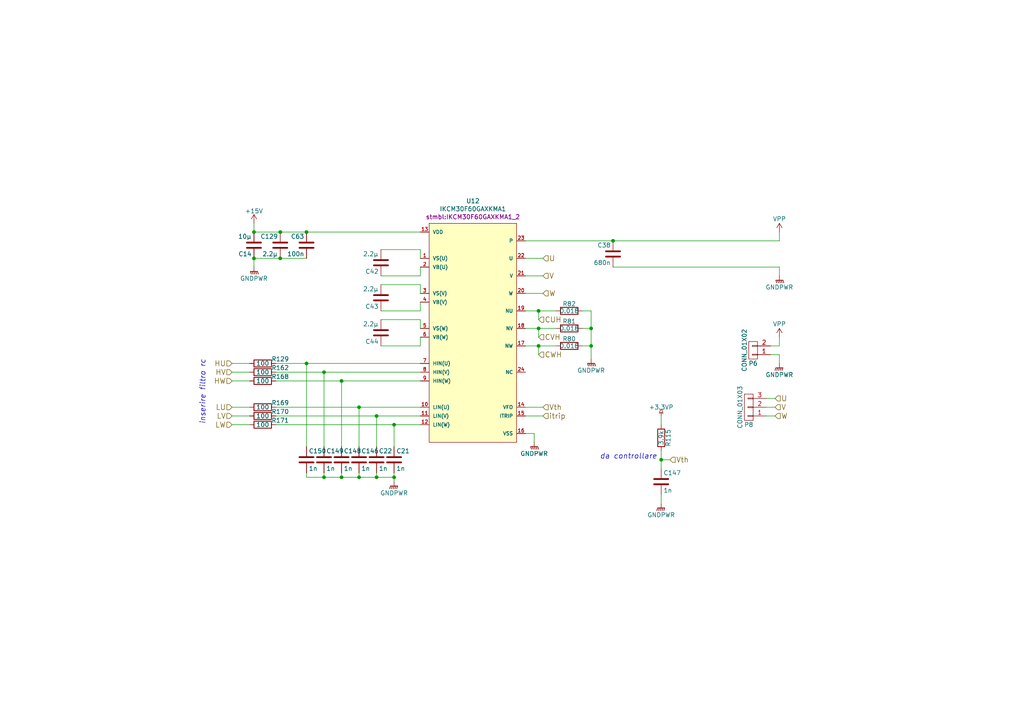
<source format=kicad_sch>
(kicad_sch (version 20231120) (generator "eeschema") (generator_version "8.0")
  (paper "A4")
  (title_block (title "stmbl schematic") (date "2022-06-21") (rev "4F") (company "FreaKontrol"))
  (lib_symbols
    (symbol "stmbl:+15V" (power) (pin_names (offset 0))
      (property "Value" "+15V" (at 0 3.556 0))
      (symbol "+15V_0_1"
        (polyline (pts (xy -0.762 1.27) (xy 0 2.54)))
        (polyline (pts (xy 0 0) (xy 0 2.54)))
        (polyline (pts (xy 0 2.54) (xy 0.762 1.27)))
      )
      (symbol "+15V_1_1"
        (pin power_in line (at 0 0 90) (length 0) hide (name "+15V") (number "1"))
      )
    )
    (symbol "stmbl:+3.3VP" (power) (pin_names (offset 0))
      (property "Value" "+3.3VP" (at 0 2.54 0))
      (symbol "+3.3VP_0_0"
        (pin power_in line (at 0 0 90) (length 0) hide (name "+3.3VP") (number "1"))
      )
      (symbol "+3.3VP_0_1"
        (polyline (pts (xy 0 0) (xy 0 1.016) (xy 0 1.016)))
        (polyline (pts (xy 0.508 0.762) (xy 0 1.016) (xy -0.508 0.762) (xy -0.254 1.778) (xy 0.254 1.778) (xy 0.508 0.762) (xy 0.508 0.762)))
      )
    )
    (symbol "stmbl:C" (pin_numbers hide) (pin_names (offset 0.254))
      (property "Reference" "C" (at 0.635 2.54 0))
      (property "Value" "C" (at 0.635 -2.54 0))
      (symbol "C_0_1"
        (polyline (pts (xy -2.032 -0.762) (xy 2.032 -0.762)) (stroke (width 0.508)))
        (polyline (pts (xy -2.032 0.762) (xy 2.032 0.762)) (stroke (width 0.508)))
      )
      (symbol "C_1_1"
        (pin passive line (at 0 3.81 270) (length 2.794) (name "~") (number "1"))
        (pin passive line (at 0 -3.81 90) (length 2.794) (name "~") (number "2"))
      )
    )
    (symbol "stmbl:CONN_01X02" (pin_names (offset 1.016) hide)
      (property "Reference" "P" (at 0 3.81 0))
      (property "Value" "CONN_01X02" (at 2.54 0 90))
      (symbol "CONN_01X02_0_1"
        (rectangle (start -1.27 -1.143) (end 0.254 -1.397))
        (rectangle (start -1.27 1.397) (end 0.254 1.143))
        (rectangle (start -1.27 2.54) (end 1.27 -2.54))
      )
      (symbol "CONN_01X02_1_1"
        (pin passive line (at -5.08 1.27 0) (length 3.81) (name "P1") (number "1"))
        (pin passive line (at -5.08 -1.27 0) (length 3.81) (name "P2") (number "2"))
      )
    )
    (symbol "stmbl:CONN_01X03" (pin_names (offset 1.016) hide)
      (property "Reference" "P" (at 0 5.08 0))
      (property "Value" "CONN_01X03" (at 2.54 0 90))
      (symbol "CONN_01X03_0_1"
        (rectangle (start -1.27 -2.413) (end 0.254 -2.667))
        (rectangle (start -1.27 0.127) (end 0.254 -0.127))
        (rectangle (start -1.27 2.667) (end 0.254 2.413))
        (rectangle (start -1.27 3.81) (end 1.27 -3.81))
      )
      (symbol "CONN_01X03_1_1"
        (pin passive line (at -5.08 2.54 0) (length 3.81) (name "P1") (number "1"))
        (pin passive line (at -5.08 0 0) (length 3.81) (name "P2") (number "2"))
        (pin passive line (at -5.08 -2.54 0) (length 3.81) (name "P3") (number "3"))
      )
    )
    (symbol "stmbl:GNDPWR" (power) (pin_names (offset 0))
      (property "Value" "GNDPWR" (at 0 -3.302 0))
      (symbol "GNDPWR_0_1"
        (polyline (pts (xy 0 -1.27) (xy 0 0)))
        (polyline (pts (xy -1.016 -1.27) (xy -1.27 -2.032) (xy -1.27 -2.032)) (stroke (width 0.2032)))
        (polyline (pts (xy -0.508 -1.27) (xy -0.762 -2.032) (xy -0.762 -2.032)) (stroke (width 0.2032)))
        (polyline (pts (xy 0 -1.27) (xy -0.254 -2.032) (xy -0.254 -2.032)) (stroke (width 0.2032)))
        (polyline (pts (xy 0.508 -1.27) (xy 0.254 -2.032) (xy 0.254 -2.032)) (stroke (width 0.2032)))
        (polyline (pts (xy 1.016 -1.27) (xy -1.016 -1.27) (xy -1.016 -1.27)) (stroke (width 0.2032)))
        (polyline (pts (xy 1.016 -1.27) (xy 0.762 -2.032) (xy 0.762 -2.032) (xy 0.762 -2.032)) (stroke (width 0.2032)))
      )
      (symbol "GNDPWR_1_1"
        (pin power_in line (at 0 0 90) (length 0) hide (name "GNDPWR") (number "1"))
      )
    )
    (symbol "stmbl:R" (pin_numbers hide) (pin_names (offset 0))
      (property "Reference" "R" (at 2.032 0 90))
      (property "Value" "R" (at 0 0 90))
      (symbol "R_0_1"
        (rectangle (start -1.016 -2.54) (end 1.016 2.54) (stroke (width 0.254)))
      )
      (symbol "R_1_1"
        (pin passive line (at 0 3.81 270) (length 1.27) (name "~") (number "1"))
        (pin passive line (at 0 -3.81 90) (length 1.27) (name "~") (number "2"))
      )
    )
    (symbol "stmbl:VPP" (power) (pin_names (offset 0))
      (property "Value" "VPP" (at 0 3.81 0))
      (symbol "VPP_0_1"
        (polyline (pts (xy -0.762 1.27) (xy 0 2.54)))
        (polyline (pts (xy 0 0) (xy 0 2.54)))
        (polyline (pts (xy 0 2.54) (xy 0.762 1.27)))
      )
      (symbol "VPP_1_1"
        (pin power_in line (at 0 0 90) (length 0) hide (name "VPP") (number "1"))
      )
    )
    (symbol "stmbl_4.0-rescue:IKCM30F60GAXKMA1-stmbl" (pin_names (offset 1.016))
      (property "Reference" "U" (at 0 5.08 0))
      (property "Value" "IKCM30F60GAXKMA1-stmbl" (at 0 7.62 0))
      (property "Footprint" "Infineon-IKCM30F60GAXKMA1-*" (at 0 10.16 0))
      (symbol "IKCM30F60GAXKMA1-stmbl_1_1"
        (rectangle (start 5.08 2.54) (end 30.48 -60.96) (fill (type background)))
        (pin power_in line (at 2.54 -7.62 0) (length 2.54) (name "VS(U)") (number "1"))
        (pin input line (at 2.54 -50.8 0) (length 2.54) (name "LIN(U)") (number "10"))
        (pin input line (at 2.54 -53.34 0) (length 2.54) (name "LIN(V)") (number "11"))
        (pin input line (at 2.54 -55.88 0) (length 2.54) (name "LIN(W)") (number "12"))
        (pin power_in line (at 2.54 0 0) (length 2.54) (name "VDD") (number "13"))
        (pin passive line (at 33.02 -50.8 180) (length 2.54) (name "VFO") (number "14"))
        (pin passive line (at 33.02 -53.34 180) (length 2.54) (name "ITRIP") (number "15"))
        (pin power_in line (at 33.02 -58.42 180) (length 2.54) (name "VSS") (number "16"))
        (pin input line (at 33.02 -33.02 180) (length 2.54) (name "NW") (number "17"))
        (pin passive line (at 33.02 -27.94 180) (length 2.54) (name "NV") (number "18"))
        (pin passive line (at 33.02 -22.86 180) (length 2.54) (name "NU") (number "19"))
        (pin power_in line (at 2.54 -10.16 0) (length 2.54) (name "VB(U)") (number "2"))
        (pin passive line (at 33.02 -17.78 180) (length 2.54) (name "W") (number "20"))
        (pin passive line (at 33.02 -12.7 180) (length 2.54) (name "V") (number "21"))
        (pin passive line (at 33.02 -7.62 180) (length 2.54) (name "U") (number "22"))
        (pin passive line (at 33.02 -2.54 180) (length 2.54) (name "P") (number "23"))
        (pin passive line (at 33.02 -40.64 180) (length 2.54) (name "NC") (number "24"))
        (pin power_in line (at 2.54 -17.78 0) (length 2.54) (name "VS(V)") (number "3"))
        (pin power_in line (at 2.54 -20.32 0) (length 2.54) (name "VB(V)") (number "4"))
        (pin power_in line (at 2.54 -27.94 0) (length 2.54) (name "VS(W)") (number "5"))
        (pin power_in line (at 2.54 -30.48 0) (length 2.54) (name "VB(W)") (number "6"))
        (pin input line (at 2.54 -38.1 0) (length 2.54) (name "HIN(U)") (number "7"))
        (pin input line (at 2.54 -40.64 0) (length 2.54) (name "HIN(V)") (number "8"))
        (pin input line (at 2.54 -43.18 0) (length 2.54) (name "HIN(W)") (number "9"))
      )
    )
  )
  (junction (at 156.21 90.17))
  (junction (at 73.66 67.31))
  (junction (at 93.98 107.95))
  (junction (at 191.77 133.35))
  (junction (at 81.28 67.31))
  (junction (at 104.14 118.11))
  (junction (at 99.06 138.43))
  (junction (at 109.22 138.43))
  (junction (at 93.98 138.43))
  (junction (at 156.21 100.33))
  (junction (at 73.66 74.93))
  (junction (at 104.14 138.43))
  (junction (at 99.06 110.49))
  (junction (at 114.3 123.19))
  (junction (at 114.3 138.43))
  (junction (at 171.45 100.33))
  (junction (at 109.22 120.65))
  (junction (at 88.9 67.31))
  (junction (at 171.45 95.25))
  (junction (at 156.21 95.25))
  (junction (at 88.9 105.41))
  (junction (at 177.8 69.85))
  (junction (at 81.28 74.93))
  (wire (pts (xy 154.94 128.27) (xy 154.94 125.73)))
  (wire (pts (xy 80.01 107.95) (xy 93.98 107.95)))
  (wire (pts (xy 121.92 95.25) (xy 121.92 92.71)))
  (wire (pts (xy 88.9 105.41) (xy 88.9 129.54)))
  (wire (pts (xy 226.06 69.85) (xy 226.06 67.31)))
  (wire (pts (xy 177.8 77.47) (xy 226.06 77.47)))
  (wire (pts (xy 121.92 85.09) (xy 121.92 82.55)))
  (wire (pts (xy 226.06 102.87) (xy 223.52 102.87)))
  (wire (pts (xy 81.28 74.93) (xy 73.66 74.93)))
  (wire (pts (xy 104.14 138.43) (xy 109.22 138.43)))
  (wire (pts (xy 152.4 90.17) (xy 156.21 90.17)))
  (wire (pts (xy 152.4 118.11) (xy 157.48 118.11)))
  (wire (pts (xy 88.9 105.41) (xy 121.92 105.41)))
  (wire (pts (xy 81.28 67.31) (xy 73.66 67.31)))
  (wire (pts (xy 88.9 138.43) (xy 93.98 138.43)))
  (wire (pts (xy 110.49 90.17) (xy 121.92 90.17)))
  (wire (pts (xy 114.3 138.43) (xy 114.3 137.16)))
  (wire (pts (xy 121.92 82.55) (xy 110.49 82.55)))
  (wire (pts (xy 114.3 123.19) (xy 121.92 123.19)))
  (wire (pts (xy 121.92 90.17) (xy 121.92 87.63)))
  (wire (pts (xy 88.9 74.93) (xy 81.28 74.93)))
  (wire (pts (xy 80.01 120.65) (xy 109.22 120.65)))
  (wire (pts (xy 154.94 125.73) (xy 152.4 125.73)))
  (wire (pts (xy 104.14 137.16) (xy 104.14 138.43)))
  (wire (pts (xy 171.45 100.33) (xy 168.91 100.33)))
  (wire (pts (xy 121.92 72.39) (xy 110.49 72.39)))
  (wire (pts (xy 109.22 120.65) (xy 109.22 129.54)))
  (wire (pts (xy 191.77 143.51) (xy 191.77 146.05)))
  (wire (pts (xy 80.01 118.11) (xy 104.14 118.11)))
  (wire (pts (xy 88.9 67.31) (xy 81.28 67.31)))
  (wire (pts (xy 104.14 118.11) (xy 121.92 118.11)))
  (wire (pts (xy 93.98 107.95) (xy 93.98 129.54)))
  (wire (pts (xy 114.3 139.7) (xy 114.3 138.43)))
  (wire (pts (xy 171.45 100.33) (xy 171.45 95.25)))
  (wire (pts (xy 152.4 95.25) (xy 156.21 95.25)))
  (wire (pts (xy 121.92 74.93) (xy 121.92 72.39)))
  (wire (pts (xy 121.92 97.79) (xy 121.92 100.33)))
  (wire (pts (xy 110.49 92.71) (xy 121.92 92.71)))
  (wire (pts (xy 171.45 104.14) (xy 171.45 100.33)))
  (wire (pts (xy 191.77 120.65) (xy 191.77 123.19)))
  (wire (pts (xy 121.92 80.01) (xy 121.92 77.47)))
  (wire (pts (xy 67.31 110.49) (xy 72.39 110.49)))
  (wire (pts (xy 222.25 118.11) (xy 224.79 118.11)))
  (wire (pts (xy 168.91 95.25) (xy 171.45 95.25)))
  (wire (pts (xy 156.21 90.17) (xy 156.21 92.71)))
  (wire (pts (xy 99.06 137.16) (xy 99.06 138.43)))
  (wire (pts (xy 156.21 100.33) (xy 161.29 100.33)))
  (wire (pts (xy 67.31 120.65) (xy 72.39 120.65)))
  (wire (pts (xy 109.22 138.43) (xy 114.3 138.43)))
  (wire (pts (xy 67.31 123.19) (xy 72.39 123.19)))
  (wire (pts (xy 156.21 95.25) (xy 161.29 95.25)))
  (wire (pts (xy 110.49 80.01) (xy 121.92 80.01)))
  (wire (pts (xy 73.66 74.93) (xy 73.66 77.47)))
  (wire (pts (xy 99.06 110.49) (xy 121.92 110.49)))
  (wire (pts (xy 157.48 85.09) (xy 152.4 85.09)))
  (wire (pts (xy 109.22 137.16) (xy 109.22 138.43)))
  (wire (pts (xy 226.06 100.33) (xy 226.06 97.79)))
  (wire (pts (xy 226.06 80.01) (xy 226.06 77.47)))
  (wire (pts (xy 80.01 123.19) (xy 114.3 123.19)))
  (wire (pts (xy 224.79 115.57) (xy 222.25 115.57)))
  (wire (pts (xy 80.01 110.49) (xy 99.06 110.49)))
  (wire (pts (xy 191.77 133.35) (xy 191.77 135.89)))
  (wire (pts (xy 80.01 105.41) (xy 88.9 105.41)))
  (wire (pts (xy 88.9 67.31) (xy 121.92 67.31)))
  (wire (pts (xy 156.21 90.17) (xy 161.29 90.17)))
  (wire (pts (xy 114.3 123.19) (xy 114.3 129.54)))
  (wire (pts (xy 93.98 137.16) (xy 93.98 138.43)))
  (wire (pts (xy 171.45 95.25) (xy 171.45 90.17)))
  (wire (pts (xy 171.45 90.17) (xy 168.91 90.17)))
  (wire (pts (xy 191.77 133.35) (xy 194.31 133.35)))
  (wire (pts (xy 152.4 100.33) (xy 156.21 100.33)))
  (wire (pts (xy 226.06 102.87) (xy 226.06 105.41)))
  (wire (pts (xy 177.8 69.85) (xy 152.4 69.85)))
  (wire (pts (xy 73.66 67.31) (xy 73.66 64.77)))
  (wire (pts (xy 152.4 120.65) (xy 157.48 120.65)))
  (wire (pts (xy 67.31 107.95) (xy 72.39 107.95)))
  (wire (pts (xy 223.52 100.33) (xy 226.06 100.33)))
  (wire (pts (xy 191.77 130.81) (xy 191.77 133.35)))
  (wire (pts (xy 88.9 137.16) (xy 88.9 138.43)))
  (wire (pts (xy 109.22 120.65) (xy 121.92 120.65)))
  (wire (pts (xy 67.31 105.41) (xy 72.39 105.41)))
  (wire (pts (xy 67.31 118.11) (xy 72.39 118.11)))
  (wire (pts (xy 156.21 95.25) (xy 156.21 97.79)))
  (wire (pts (xy 224.79 120.65) (xy 222.25 120.65)))
  (wire (pts (xy 104.14 118.11) (xy 104.14 129.54)))
  (wire (pts (xy 93.98 138.43) (xy 99.06 138.43)))
  (wire (pts (xy 177.8 69.85) (xy 226.06 69.85)))
  (wire (pts (xy 99.06 138.43) (xy 104.14 138.43)))
  (wire (pts (xy 157.48 74.93) (xy 152.4 74.93)))
  (wire (pts (xy 121.92 100.33) (xy 110.49 100.33)))
  (wire (pts (xy 93.98 107.95) (xy 121.92 107.95)))
  (wire (pts (xy 157.48 80.01) (xy 152.4 80.01)))
  (wire (pts (xy 99.06 129.54) (xy 99.06 110.49)))
  (wire (pts (xy 156.21 100.33) (xy 156.21 102.87)))
  (text "da controllare" (at 173.99 133.35 0) (effects (font (size 1.524 1.524) (italic yes)) (justify left bottom)))
  (text "inserire filtro rc" (at 59.69 123.19 90) (effects (font (size 1.524 1.524) (italic yes)) (justify left bottom)))
  (hierarchical_label "U" (shape input) (at 157.48 74.93 0) (effects (font (size 1.524 1.524))))
  (hierarchical_label "LV" (shape input) (at 67.31 120.65 180) (effects (font (size 1.524 1.524))))
  (hierarchical_label "Vth" (shape input) (at 157.48 118.11 0) (effects (font (size 1.524 1.524))))
  (hierarchical_label "CVH" (shape input) (at 156.21 97.79 0) (effects (font (size 1.524 1.524))))
  (hierarchical_label "CUH" (shape input) (at 156.21 92.71 0) (effects (font (size 1.524 1.524))))
  (hierarchical_label "LU" (shape input) (at 67.31 118.11 180) (effects (font (size 1.524 1.524))))
  (hierarchical_label "LW" (shape input) (at 67.31 123.19 180) (effects (font (size 1.524 1.524))))
  (hierarchical_label "itrip" (shape input) (at 157.48 120.65 0) (effects (font (size 1.524 1.524))))
  (hierarchical_label "U" (shape input) (at 224.79 115.57 0) (effects (font (size 1.524 1.524))))
  (hierarchical_label "HV" (shape input) (at 67.31 107.95 180) (effects (font (size 1.524 1.524))))
  (hierarchical_label "W" (shape input) (at 224.79 120.65 0) (effects (font (size 1.524 1.524))))
  (hierarchical_label "W" (shape input) (at 157.48 85.09 0) (effects (font (size 1.524 1.524))))
  (hierarchical_label "CWH" (shape input) (at 156.21 102.87 0) (effects (font (size 1.524 1.524))))
  (hierarchical_label "V" (shape input) (at 224.79 118.11 0) (effects (font (size 1.524 1.524))))
  (hierarchical_label "HU" (shape input) (at 67.31 105.41 180) (effects (font (size 1.524 1.524))))
  (hierarchical_label "Vth" (shape input) (at 194.31 133.35 0) (effects (font (size 1.524 1.524))))
  (hierarchical_label "V" (shape input) (at 157.48 80.01 0) (effects (font (size 1.524 1.524))))
  (hierarchical_label "HW" (shape input) (at 67.31 110.49 180) (effects (font (size 1.524 1.524))))
  (symbol (lib_id "stmbl:C") (at 110.49 76.2 180) (unit 1)
    (property "Reference" "C42" (at 109.855 78.74 0) (effects (justify left)))
    (property "Value" "2.2µ" (at 109.855 73.66 0) (effects (justify left)))
    (property "Footprint" "stmbl:C_0603" (effects (hide yes)))
    (property "Voltage" "35V" (effects (hide yes)))
    (property "Tolerance" "X5R" (effects (hide yes)))
  )
  (symbol (lib_id "stmbl:C") (at 110.49 86.36 180) (unit 1)
    (property "Reference" "C43" (at 109.855 88.9 0) (effects (justify left)))
    (property "Value" "2.2µ" (at 109.855 83.82 0) (effects (justify left)))
    (property "Footprint" "stmbl:C_0603" (effects (hide yes)))
    (property "Voltage" "35V" (effects (hide yes)))
    (property "Tolerance" "X5R" (effects (hide yes)))
  )
  (symbol (lib_id "stmbl:C") (at 110.49 96.52 180) (unit 1)
    (property "Reference" "C44" (at 109.855 99.06 0) (effects (justify left)))
    (property "Value" "2.2µ" (at 109.855 93.98 0) (effects (justify left)))
    (property "Footprint" "stmbl:C_0603" (effects (hide yes)))
    (property "Voltage" "35V" (effects (hide yes)))
    (property "Tolerance" "X5R" (effects (hide yes)))
  )
  (symbol (lib_id "stmbl:R") (at 165.1 100.33 90) (unit 1)
    (property "Reference" "R80" (at 165.1 98.298 90))
    (property "Value" "0.018" (at 165.1 100.33 90))
    (property "Footprint" "stmbl:R_2512" (effects (hide yes)))
    (property "Manufacturer No" "CSS2H-2512K-3L00F" (effects (hide yes)))
    (property "Tolerance" "1%" (effects (hide yes)))
    (property "Manufacturer" "Bourns" (effects (hide yes)))
  )
  (symbol (lib_id "stmbl:R") (at 165.1 95.25 90) (unit 1)
    (property "Reference" "R81" (at 165.1 93.218 90))
    (property "Value" "0.018" (at 165.1 95.25 90))
    (property "Footprint" "stmbl:R_2512" (effects (hide yes)))
    (property "Manufacturer No" "CSS2H-2512K-3L00F" (effects (hide yes)))
    (property "Tolerance" "1%" (effects (hide yes)))
    (property "Manufacturer" "Bourns" (effects (hide yes)))
  )
  (symbol (lib_id "stmbl:R") (at 165.1 90.17 90) (unit 1)
    (property "Reference" "R82" (at 165.1 88.138 90))
    (property "Value" "0.018" (at 165.1 90.17 90))
    (property "Footprint" "stmbl:R_2512" (effects (hide yes)))
    (property "Manufacturer No" "CSS2H-2512K-3L00F" (effects (hide yes)))
    (property "Tolerance" "1%" (effects (hide yes)))
    (property "Manufacturer" "Bourns" (effects (hide yes)))
  )
  (symbol (lib_id "stmbl:GNDPWR") (at 226.06 80.01 0) (mirror y) (unit 1)
    (property "Reference" "#PWR058" (effects (hide yes)))
    (property "Value" "GNDPWR" (at 226.06 83.312 0))
  )
  (symbol (lib_id "stmbl:C") (at 88.9 71.12 0) (mirror y) (unit 1)
    (property "Reference" "C63" (at 88.265 68.58 0) (effects (justify left)))
    (property "Value" "100n" (at 88.265 73.66 0) (effects (justify left)))
    (property "Footprint" "stmbl:C_0603" (effects (hide yes)))
    (property "Voltage" "50V" (effects (hide yes)))
    (property "Tolerance" "X5R" (effects (hide yes)))
  )
  (symbol (lib_id "stmbl:GNDPWR") (at 73.66 77.47 0) (mirror y) (unit 1)
    (property "Reference" "#PWR056" (effects (hide yes)))
    (property "Value" "GNDPWR" (at 73.66 80.772 0))
  )
  (symbol (lib_id "stmbl:+15V") (at 73.66 64.77 0) (mirror y) (unit 1)
    (property "Reference" "#PWR057" (effects (hide yes)))
    (property "Value" "+15V" (at 73.66 61.214 0))
  )
  (symbol (lib_id "stmbl:CONN_01X03") (at 217.17 118.11 180) (unit 1)
    (property "Reference" "P8" (at 217.17 123.19 0))
    (property "Value" "CONN_01X03" (at 214.63 118.11 90))
    (property "Footprint" "stmbl:AMASS Connector MT60_1" (effects (hide yes)))
    (property "Manufacturer No" "1757255" (effects (hide yes)))
    (property "Manufacturer" "Phoenix" (effects (hide yes)))
  )
  (symbol (lib_id "stmbl:CONN_01X02") (at 218.44 101.6 180) (unit 1)
    (property "Reference" "P6" (at 218.44 105.41 0))
    (property "Value" "CONN_01X02" (at 215.9 101.6 90))
    (property "Footprint" "stmbl:AMASS_XT60IPW-M_1x03_P7.20mm_Horizontal" (effects (hide yes)))
    (property "Manufacturer No" "1757242" (effects (hide yes)))
    (property "Manufacturer" "Phoenix" (effects (hide yes)))
  )
  (symbol (lib_id "stmbl:GNDPWR") (at 226.06 105.41 0) (unit 1)
    (property "Reference" "#PWR059" (effects (hide yes)))
    (property "Value" "GNDPWR" (at 226.06 108.712 0))
  )
  (symbol (lib_id "stmbl:VPP") (at 226.06 97.79 0) (unit 1)
    (property "Reference" "#PWR060" (effects (hide yes)))
    (property "Value" "VPP" (at 226.06 93.98 0))
  )
  (symbol (lib_id "stmbl:VPP") (at 226.06 67.31 0) (mirror y) (unit 1)
    (property "Reference" "#PWR061" (effects (hide yes)))
    (property "Value" "VPP" (at 226.06 63.5 0))
  )
  (symbol (lib_id "stmbl:+3.3VP") (at 191.77 120.65 0) (unit 1)
    (property "Reference" "#PWR062" (effects (hide yes)))
    (property "Value" "+3.3VP" (at 191.77 118.11 0))
  )
  (symbol (lib_id "stmbl:R") (at 191.77 127 0) (unit 1)
    (property "Reference" "R115" (at 193.802 127 90))
    (property "Value" "3.9k" (at 191.77 127 90))
    (property "Footprint" "stmbl:R_0603" (effects (hide yes)))
    (property "Tolerance" "1%" (effects (hide yes)))
  )
  (symbol (lib_id "stmbl:C") (at 177.8 73.66 0) (mirror y) (unit 1)
    (property "Reference" "C38" (at 177.165 71.12 0) (effects (justify left)))
    (property "Value" "680n" (at 177.165 76.2 0) (effects (justify left)))
    (property "Footprint" "stmbl:potential_snubber01" (effects (hide yes)))
    (property "Manufacturer No" "B32653A4684K000" (effects (hide yes)))
    (property "Voltage" "400VDC" (effects (hide yes)))
    (property "Tolerance" "X7R" (effects (hide yes)))
    (property "Manufacturer" "KEMET" (effects (hide yes)))
  )
  (symbol (lib_id "stmbl:C") (at 81.28 71.12 0) (mirror y) (unit 1)
    (property "Reference" "C129" (at 80.645 68.58 0) (effects (justify left)))
    (property "Value" "2.2µ" (at 80.645 73.66 0) (effects (justify left)))
    (property "Footprint" "stmbl:C_0603" (effects (hide yes)))
    (property "Voltage" "35V" (effects (hide yes)))
    (property "Tolerance" "X5R" (effects (hide yes)))
  )
  (symbol (lib_id "stmbl:C") (at 73.66 71.12 180) (unit 1)
    (property "Reference" "C14" (at 73.025 73.66 0) (effects (justify left)))
    (property "Value" "10µ" (at 73.025 68.58 0) (effects (justify left)))
    (property "Footprint" "stmbl:C_0805" (effects (hide yes)))
    (property "Voltage" "25V" (effects (hide yes)))
    (property "Tolerance" "X5R" (effects (hide yes)))
  )
  (symbol (lib_id "stmbl:C") (at 191.77 139.7 0) (unit 1)
    (property "Reference" "C147" (at 192.405 137.16 0) (effects (justify left)))
    (property "Value" "1n" (at 192.405 142.24 0) (effects (justify left)))
    (property "Footprint" "stmbl:C_0603" (effects (hide yes)))
    (property "Voltage" "50V" (effects (hide yes)))
    (property "Tolerance" "X5R" (effects (hide yes)))
  )
  (symbol (lib_id "stmbl:GNDPWR") (at 191.77 146.05 0) (unit 1)
    (property "Reference" "#PWR063" (effects (hide yes)))
    (property "Value" "GNDPWR" (at 191.77 149.352 0))
  )
  (symbol (lib_id "stmbl_4.0-rescue:IKCM30F60GAXKMA1-stmbl") (at 119.38 67.31 0) (unit 1)
    (property "Reference" "U12" (at 137.16 58.293 0))
    (property "Value" "IKCM30F60GAXKMA1" (at 137.16 60.6044 0))
    (property "Footprint" "stmbl:IKCM30F60GAXKMA1_2" (at 137.16 62.9158 0))
    (property "Datasheet" "https://www.infineon.com/dgdl/Infineon-IKCM30F60GA-DS-v02_06-EN.pdf?fileId=5546d4624fb7fef2014fcb83cab8790a" (effects (hide yes)))
    (property "automotive" "No" (effects (hide yes)))
    (property "category" "IC" (effects (hide yes)))
    (property "device class L1" "Integrated Circuits (ICs)" (effects (hide yes)))
    (property "device class L2" "Power Management ICs" (effects (hide yes)))
    (property "device class L3" "Motor Drivers" (effects (hide yes)))
    (property "digikey description" "IFPS MODULES 24MDIP" (effects (hide yes)))
    (property "digikey part number" "IKCM30F60GAXKMA1-ND" (effects (hide yes)))
    (property "height" "5.6mm" (effects (hide yes)))
    (property "lead free" "Yes" (effects (hide yes)))
    (property "library id" "d884f1838da751ee" (effects (hide yes)))
    (property "manufacturer" "Infineon" (effects (hide yes)))
    (property "max junction temp" "+150°C" (effects (hide yes)))
    (property "max supply voltage" "18.5V" (effects (hide yes)))
    (property "min supply voltage" "14.5V" (effects (hide yes)))
    (property "mouser part number" "726-IKCM30F60GAXKMA1" (effects (hide yes)))
    (property "nominal supply current" "370uA" (effects (hide yes)))
    (property "number of outputs" "3" (effects (hide yes)))
    (property "output current" "30A" (effects (hide yes)))
    (property "package" "DIP_36MM_21MM" (effects (hide yes)))
    (property "rohs" "Yes" (effects (hide yes)))
    (property "standoff height" "1.7mm" (effects (hide yes)))
    (property "temperature range high" "+150°C" (effects (hide yes)))
    (property "temperature range low" "-40°C" (effects (hide yes)))
  )
  (symbol (lib_id "stmbl:GNDPWR") (at 154.94 128.27 0) (mirror y) (unit 1)
    (property "Reference" "#PWR0231" (effects (hide yes)))
    (property "Value" "GNDPWR" (at 154.94 131.572 0))
  )
  (symbol (lib_id "stmbl:GNDPWR") (at 171.45 104.14 0) (mirror y) (unit 1)
    (property "Reference" "#PWR0232" (effects (hide yes)))
    (property "Value" "GNDPWR" (at 171.45 107.442 0))
  )
  (symbol (lib_id "stmbl:C") (at 109.22 133.35 0) (unit 1)
    (property "Reference" "C22" (at 109.855 130.81 0) (effects (justify left)))
    (property "Value" "1n" (at 109.855 135.89 0) (effects (justify left)))
    (property "Footprint" "stmbl:C_0603" (effects (hide yes)))
    (property "Voltage" "50V" (effects (hide yes)))
    (property "Tolerance" "X5R" (effects (hide yes)))
  )
  (symbol (lib_id "stmbl:R") (at 76.2 110.49 90) (unit 1)
    (property "Reference" "R168" (at 81.28 109.22 90))
    (property "Value" "100" (at 76.2 110.49 90))
    (property "Footprint" "stmbl:R_0603" (effects (hide yes)))
    (property "Tolerance" "1%" (effects (hide yes)))
  )
  (symbol (lib_id "stmbl:C") (at 104.14 133.35 0) (unit 1)
    (property "Reference" "C146" (at 104.775 130.81 0) (effects (justify left)))
    (property "Value" "1n" (at 104.775 135.89 0) (effects (justify left)))
    (property "Footprint" "stmbl:C_0603" (effects (hide yes)))
    (property "Voltage" "50V" (effects (hide yes)))
    (property "Tolerance" "X5R" (effects (hide yes)))
  )
  (symbol (lib_id "stmbl:C") (at 114.3 133.35 0) (unit 1)
    (property "Reference" "C21" (at 114.935 130.81 0) (effects (justify left)))
    (property "Value" "1n" (at 114.935 135.89 0) (effects (justify left)))
    (property "Footprint" "stmbl:C_0603" (effects (hide yes)))
    (property "Voltage" "50V" (effects (hide yes)))
    (property "Tolerance" "X5R" (effects (hide yes)))
  )
  (symbol (lib_id "stmbl:C") (at 99.06 133.35 0) (unit 1)
    (property "Reference" "C148" (at 99.695 130.81 0) (effects (justify left)))
    (property "Value" "1n" (at 99.695 135.89 0) (effects (justify left)))
    (property "Footprint" "stmbl:C_0603" (effects (hide yes)))
    (property "Voltage" "50V" (effects (hide yes)))
    (property "Tolerance" "X5R" (effects (hide yes)))
  )
  (symbol (lib_id "stmbl:R") (at 76.2 105.41 90) (unit 1)
    (property "Reference" "R129" (at 81.28 104.14 90))
    (property "Value" "100" (at 76.2 105.41 90))
    (property "Footprint" "stmbl:R_0603" (effects (hide yes)))
    (property "Tolerance" "1%" (effects (hide yes)))
  )
  (symbol (lib_id "stmbl:GNDPWR") (at 114.3 139.7 0) (unit 1)
    (property "Reference" "#PWR011" (effects (hide yes)))
    (property "Value" "GNDPWR" (at 114.3 143.002 0))
  )
  (symbol (lib_id "stmbl:R") (at 76.2 123.19 90) (unit 1)
    (property "Reference" "R171" (at 81.28 121.92 90))
    (property "Value" "100" (at 76.2 123.19 90))
    (property "Footprint" "stmbl:R_0603" (effects (hide yes)))
    (property "Tolerance" "1%" (effects (hide yes)))
  )
  (symbol (lib_id "stmbl:C") (at 93.98 133.35 0) (unit 1)
    (property "Reference" "C149" (at 94.615 130.81 0) (effects (justify left)))
    (property "Value" "1n" (at 94.615 135.89 0) (effects (justify left)))
    (property "Footprint" "stmbl:C_0603" (effects (hide yes)))
    (property "Voltage" "50V" (effects (hide yes)))
    (property "Tolerance" "X5R" (effects (hide yes)))
  )
  (symbol (lib_id "stmbl:R") (at 76.2 107.95 90) (unit 1)
    (property "Reference" "R162" (at 81.28 106.68 90))
    (property "Value" "100" (at 76.2 107.95 90))
    (property "Footprint" "stmbl:R_0603" (effects (hide yes)))
    (property "Tolerance" "1%" (effects (hide yes)))
  )
  (symbol (lib_id "stmbl:C") (at 88.9 133.35 0) (unit 1)
    (property "Reference" "C150" (at 89.535 130.81 0) (effects (justify left)))
    (property "Value" "1n" (at 89.535 135.89 0) (effects (justify left)))
    (property "Footprint" "stmbl:C_0603" (effects (hide yes)))
    (property "Voltage" "50V" (effects (hide yes)))
    (property "Tolerance" "X5R" (effects (hide yes)))
  )
  (symbol (lib_id "stmbl:R") (at 76.2 120.65 90) (unit 1)
    (property "Reference" "R170" (at 81.28 119.38 90))
    (property "Value" "100" (at 76.2 120.65 90))
    (property "Footprint" "stmbl:R_0603" (effects (hide yes)))
    (property "Tolerance" "1%" (effects (hide yes)))
  )
  (symbol (lib_id "stmbl:R") (at 76.2 118.11 90) (unit 1)
    (property "Reference" "R169" (at 81.28 116.84 90))
    (property "Value" "100" (at 76.2 118.11 90))
    (property "Footprint" "stmbl:R_0603" (effects (hide yes)))
    (property "Tolerance" "1%" (effects (hide yes)))
  )
)
</source>
